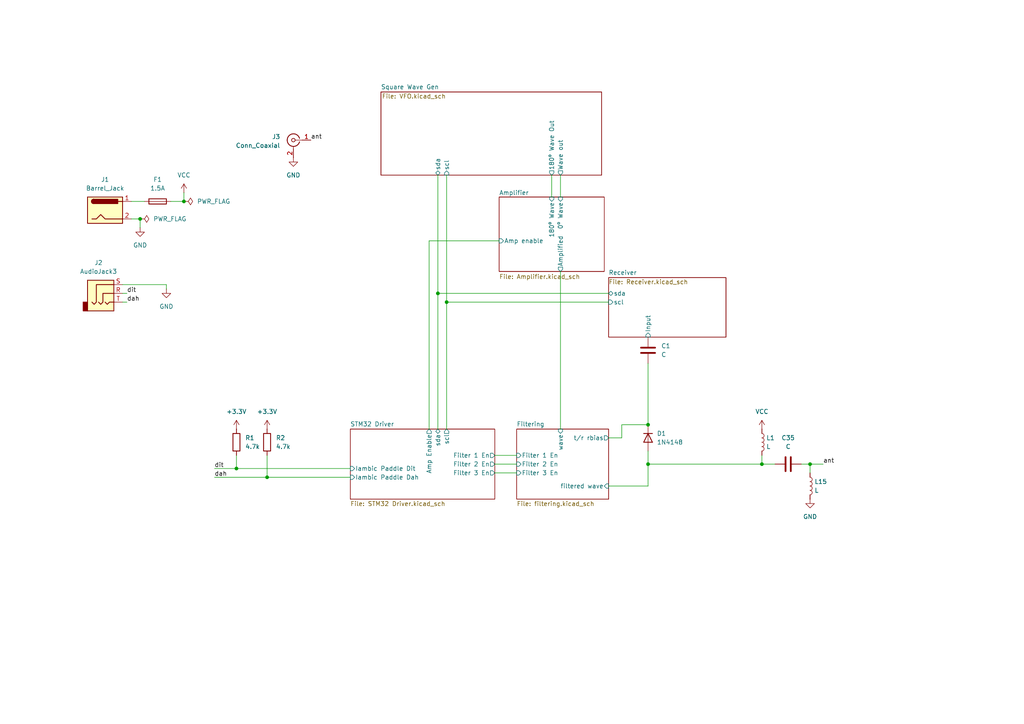
<source format=kicad_sch>
(kicad_sch (version 20231120) (generator "eeschema") (generator_version "8.0")
  (paper "A4")
  (title_block (title "CW HF Transceiver") (rev "1"))
  (lib_symbols
    (symbol "Connector:Barrel_Jack" (pin_names (offset 1.016))
      (property "Reference" "J" (at 0 5.334 0))
      (property "Value" "Barrel_Jack" (at 0 -5.08 0))
      (symbol "Barrel_Jack_0_1"
        (rectangle (start -5.08 3.81) (end 5.08 -3.81) (stroke (width 0.254)) (fill (type background)))
        (arc (start -3.302 3.175) (mid -3.9343 2.54) (end -3.302 1.905) (stroke (width 0.254)))
        (arc (start -3.302 3.175) (mid -3.9343 2.54) (end -3.302 1.905) (stroke (width 0.254)) (fill (type outline)))
        (polyline (pts (xy 5.08 2.54) (xy 3.81 2.54)) (stroke (width 0.254)))
        (polyline (pts (xy -3.81 -2.54) (xy -2.54 -2.54) (xy -1.27 -1.27) (xy 0 -2.54) (xy 2.54 -2.54) (xy 5.08 -2.54)) (stroke (width 0.254)))
        (rectangle (start 3.683 3.175) (end -3.302 1.905) (stroke (width 0.254)) (fill (type outline)))
      )
      (symbol "Barrel_Jack_1_1"
        (pin passive line (at 7.62 2.54 180) (length 2.54) (name "~") (number "1"))
        (pin passive line (at 7.62 -2.54 180) (length 2.54) (name "~") (number "2"))
      )
    )
    (symbol "Connector:Conn_Coaxial" (pin_names (offset 1.016) hide)
      (property "Reference" "J" (at 0.254 3.048 0))
      (property "Value" "Conn_Coaxial" (at 2.921 0 90))
      (symbol "Conn_Coaxial_0_1"
        (arc (start -1.778 -0.508) (mid 0.2311 -1.8066) (end 1.778 0) (stroke (width 0.254)))
        (polyline (pts (xy -2.54 0) (xy -0.508 0)))
        (polyline (pts (xy 0 -2.54) (xy 0 -1.778)))
        (circle (center 0 0) (radius 0.508) (stroke (width 0.2032)))
        (arc (start 1.778 0) (mid 0.2099 1.8101) (end -1.778 0.508) (stroke (width 0.254)))
      )
      (symbol "Conn_Coaxial_1_1"
        (pin passive line (at -5.08 0 0) (length 2.54) (name "In") (number "1"))
        (pin passive line (at 0 -5.08 90) (length 2.54) (name "Ext") (number "2"))
      )
    )
    (symbol "Connector_Audio:AudioJack3"
      (property "Reference" "J" (at 0 8.89 0))
      (property "Value" "AudioJack3" (at 0 6.35 0))
      (symbol "AudioJack3_0_1"
        (rectangle (start -5.08 -5.08) (end -6.35 -2.54) (stroke (width 0.254)) (fill (type outline)))
        (polyline (pts (xy 0 -2.54) (xy 0.635 -3.175) (xy 1.27 -2.54) (xy 2.54 -2.54)) (stroke (width 0.254)))
        (polyline (pts (xy -1.905 -2.54) (xy -1.27 -3.175) (xy -0.635 -2.54) (xy -0.635 0) (xy 2.54 0)) (stroke (width 0.254)))
        (polyline (pts (xy 2.54 2.54) (xy -2.54 2.54) (xy -2.54 -2.54) (xy -3.175 -3.175) (xy -3.81 -2.54)) (stroke (width 0.254)))
        (rectangle (start 2.54 3.81) (end -5.08 -5.08) (stroke (width 0.254)) (fill (type background)))
      )
      (symbol "AudioJack3_1_1"
        (pin passive line (at 5.08 0 180) (length 2.54) (name "~") (number "R"))
        (pin passive line (at 5.08 2.54 180) (length 2.54) (name "~") (number "S"))
        (pin passive line (at 5.08 -2.54 180) (length 2.54) (name "~") (number "T"))
      )
    )
    (symbol "Device:C" (pin_numbers hide) (pin_names (offset 0.254))
      (property "Reference" "C" (at 0.635 2.54 0))
      (property "Value" "C" (at 0.635 -2.54 0))
      (symbol "C_0_1"
        (polyline (pts (xy -2.032 -0.762) (xy 2.032 -0.762)) (stroke (width 0.508)))
        (polyline (pts (xy -2.032 0.762) (xy 2.032 0.762)) (stroke (width 0.508)))
      )
      (symbol "C_1_1"
        (pin passive line (at 0 3.81 270) (length 2.794) (name "~") (number "1"))
        (pin passive line (at 0 -3.81 90) (length 2.794) (name "~") (number "2"))
      )
    )
    (symbol "Device:Fuse" (pin_numbers hide) (pin_names (offset 0))
      (property "Reference" "F" (at 2.032 0 90))
      (property "Value" "Fuse" (at -1.905 0 90))
      (symbol "Fuse_0_1"
        (rectangle (start -0.762 -2.54) (end 0.762 2.54) (stroke (width 0.254)))
        (polyline (pts (xy 0 2.54) (xy 0 -2.54)))
      )
      (symbol "Fuse_1_1"
        (pin passive line (at 0 3.81 270) (length 1.27) (name "~") (number "1"))
        (pin passive line (at 0 -3.81 90) (length 1.27) (name "~") (number "2"))
      )
    )
    (symbol "Device:L" (pin_numbers hide) (pin_names (offset 1.016) hide)
      (property "Reference" "L" (at -1.27 0 90))
      (property "Value" "L" (at 1.905 0 90))
      (symbol "L_0_1"
        (arc (start 0 -2.54) (mid 0.6323 -1.905) (end 0 -1.27))
        (arc (start 0 -1.27) (mid 0.6323 -0.635) (end 0 0))
        (arc (start 0 0) (mid 0.6323 0.635) (end 0 1.27))
        (arc (start 0 1.27) (mid 0.6323 1.905) (end 0 2.54))
      )
      (symbol "L_1_1"
        (pin passive line (at 0 3.81 270) (length 1.27) (name "1") (number "1"))
        (pin passive line (at 0 -3.81 90) (length 1.27) (name "2") (number "2"))
      )
    )
    (symbol "Device:R" (pin_numbers hide) (pin_names (offset 0))
      (property "Reference" "R" (at 2.032 0 90))
      (property "Value" "R" (at 0 0 90))
      (symbol "R_0_1"
        (rectangle (start -1.016 -2.54) (end 1.016 2.54) (stroke (width 0.254)))
      )
      (symbol "R_1_1"
        (pin passive line (at 0 3.81 270) (length 1.27) (name "~") (number "1"))
        (pin passive line (at 0 -3.81 90) (length 1.27) (name "~") (number "2"))
      )
    )
    (symbol "Diode:1N4148" (pin_numbers hide) (pin_names hide)
      (property "Reference" "D" (at 0 2.54 0))
      (property "Value" "1N4148" (at 0 -2.54 0))
      (symbol "1N4148_0_1"
        (polyline (pts (xy -1.27 1.27) (xy -1.27 -1.27)) (stroke (width 0.254)))
        (polyline (pts (xy 1.27 0) (xy -1.27 0)))
        (polyline (pts (xy 1.27 1.27) (xy 1.27 -1.27) (xy -1.27 0) (xy 1.27 1.27)) (stroke (width 0.254)))
      )
      (symbol "1N4148_1_1"
        (pin passive line (at -3.81 0 0) (length 2.54) (name "K") (number "1"))
        (pin passive line (at 3.81 0 180) (length 2.54) (name "A") (number "2"))
      )
    )
    (symbol "power:+3.3V" (power) (pin_numbers hide) (pin_names (offset 0) hide)
      (property "Value" "+3.3V" (at 0 3.556 0))
      (symbol "+3.3V_0_1"
        (polyline (pts (xy -0.762 1.27) (xy 0 2.54)))
        (polyline (pts (xy 0 0) (xy 0 2.54)))
        (polyline (pts (xy 0 2.54) (xy 0.762 1.27)))
      )
      (symbol "+3.3V_1_1"
        (pin power_in line (at 0 0 90) (length 0) (name "~") (number "1"))
      )
    )
    (symbol "power:GND" (power) (pin_numbers hide) (pin_names (offset 0) hide)
      (property "Value" "GND" (at 0 -3.81 0))
      (symbol "GND_0_1"
        (polyline (pts (xy 0 0) (xy 0 -1.27) (xy 1.27 -1.27) (xy 0 -2.54) (xy -1.27 -1.27) (xy 0 -1.27)))
      )
      (symbol "GND_1_1"
        (pin power_in line (at 0 0 270) (length 0) (name "~") (number "1"))
      )
    )
    (symbol "power:PWR_FLAG" (power) (pin_numbers hide) (pin_names (offset 0) hide)
      (property "Value" "PWR_FLAG" (at 0 3.81 0))
      (symbol "PWR_FLAG_0_0"
        (pin power_out line (at 0 0 90) (length 0) (name "~") (number "1"))
      )
      (symbol "PWR_FLAG_0_1"
        (polyline (pts (xy 0 0) (xy 0 1.27) (xy -1.016 1.905) (xy 0 2.54) (xy 1.016 1.905) (xy 0 1.27)))
      )
    )
    (symbol "power:VCC" (power) (pin_numbers hide) (pin_names (offset 0) hide)
      (property "Value" "VCC" (at 0 3.556 0))
      (symbol "VCC_0_1"
        (polyline (pts (xy -0.762 1.27) (xy 0 2.54)))
        (polyline (pts (xy 0 0) (xy 0 2.54)))
        (polyline (pts (xy 0 2.54) (xy 0.762 1.27)))
      )
      (symbol "VCC_1_1"
        (pin power_in line (at 0 0 90) (length 0) (name "~") (number "1"))
      )
    )
  )
  (junction (at 187.96 123.19))
  (junction (at 68.58 135.89))
  (junction (at 220.98 134.62))
  (junction (at 77.47 138.43))
  (junction (at 127 85.09))
  (junction (at 129.54 87.63))
  (junction (at 40.64 63.5))
  (junction (at 234.95 134.62))
  (junction (at 53.34 58.42))
  (junction (at 187.96 134.62))
  (wire (pts (xy 49.53 58.42) (xy 53.34 58.42)))
  (wire (pts (xy 129.54 87.63) (xy 129.54 124.46)))
  (wire (pts (xy 77.47 132.08) (xy 77.47 138.43)))
  (wire (pts (xy 129.54 50.8) (xy 129.54 87.63)))
  (wire (pts (xy 62.23 138.43) (xy 77.47 138.43)))
  (wire (pts (xy 162.56 78.74) (xy 162.56 124.46)))
  (wire (pts (xy 68.58 132.08) (xy 68.58 135.89)))
  (wire (pts (xy 35.56 87.63) (xy 36.83 87.63)))
  (wire (pts (xy 187.96 134.62) (xy 187.96 130.81)))
  (wire (pts (xy 62.23 135.89) (xy 68.58 135.89)))
  (wire (pts (xy 127 50.8) (xy 127 85.09)))
  (wire (pts (xy 143.51 134.62) (xy 149.86 134.62)))
  (wire (pts (xy 187.96 140.97) (xy 187.96 134.62)))
  (wire (pts (xy 124.46 69.85) (xy 144.78 69.85)))
  (wire (pts (xy 143.51 132.08) (xy 149.86 132.08)))
  (wire (pts (xy 232.41 134.62) (xy 234.95 134.62)))
  (wire (pts (xy 180.34 123.19) (xy 187.96 123.19)))
  (wire (pts (xy 35.56 82.55) (xy 48.26 82.55)))
  (wire (pts (xy 187.96 105.41) (xy 187.96 123.19)))
  (wire (pts (xy 124.46 124.46) (xy 124.46 69.85)))
  (wire (pts (xy 220.98 132.08) (xy 220.98 134.62)))
  (wire (pts (xy 234.95 134.62) (xy 238.76 134.62)))
  (wire (pts (xy 127 85.09) (xy 127 124.46)))
  (wire (pts (xy 77.47 138.43) (xy 101.6 138.43)))
  (wire (pts (xy 129.54 87.63) (xy 176.53 87.63)))
  (wire (pts (xy 162.56 50.8) (xy 162.56 57.15)))
  (wire (pts (xy 143.51 137.16) (xy 149.86 137.16)))
  (wire (pts (xy 53.34 58.42) (xy 53.34 55.88)))
  (wire (pts (xy 68.58 135.89) (xy 101.6 135.89)))
  (wire (pts (xy 176.53 127) (xy 180.34 127)))
  (wire (pts (xy 234.95 137.16) (xy 234.95 134.62)))
  (wire (pts (xy 38.1 58.42) (xy 41.91 58.42)))
  (wire (pts (xy 180.34 127) (xy 180.34 123.19)))
  (wire (pts (xy 35.56 85.09) (xy 36.83 85.09)))
  (wire (pts (xy 176.53 140.97) (xy 187.96 140.97)))
  (wire (pts (xy 176.53 85.09) (xy 127 85.09)))
  (wire (pts (xy 40.64 63.5) (xy 38.1 63.5)))
  (wire (pts (xy 48.26 82.55) (xy 48.26 83.82)))
  (wire (pts (xy 160.02 50.8) (xy 160.02 57.15)))
  (wire (pts (xy 40.64 66.04) (xy 40.64 63.5)))
  (wire (pts (xy 220.98 134.62) (xy 224.79 134.62)))
  (wire (pts (xy 220.98 134.62) (xy 187.96 134.62)))
  (label "dah" (at 36.83 87.63 0))
  (label "dit" (at 62.23 135.89 0))
  (label "dah" (at 62.23 138.43 0))
  (label "ant" (at 238.76 134.62 0))
  (label "ant" (at 90.17 40.64 0))
  (label "dit" (at 36.83 85.09 0))
  (symbol (lib_id "Connector:Conn_Coaxial") (at 85.09 40.64 0) (mirror y) (unit 1)
    (property "Reference" "J3" (at 81.28 39.6631 0) (effects (justify left)))
    (property "Value" "Conn_Coaxial" (at 81.28 42.2031 0) (effects (justify left)))
    (property "Description" "coaxial connector (BNC, SMA, SMB, SMC, Cinch/RCA, LEMO, ...)" (effects (hide yes)))
  )
  (symbol (lib_id "power:PWR_FLAG") (at 40.64 63.5 270) (unit 1)
    (property "Reference" "#FLG01" (effects (hide yes)))
    (property "Value" "PWR_FLAG" (at 44.45 63.4999 90) (effects (justify left)))
    (property "Description" "Special symbol for telling ERC where power comes from" (effects (hide yes)))
  )
  (symbol (lib_id "Device:Fuse") (at 45.72 58.42 90) (unit 1)
    (property "Reference" "F1" (at 45.72 52.07 90))
    (property "Value" "1.5A" (at 45.72 54.61 90))
    (property "Description" "Fuse" (effects (hide yes)))
  )
  (symbol (lib_id "Device:R") (at 68.58 128.27 0) (unit 1)
    (property "Reference" "R1" (at 71.12 126.9999 0) (effects (justify left)))
    (property "Value" "4.7k" (at 71.12 129.5399 0) (effects (justify left)))
    (property "Footprint" "Resistor_SMD:R_0603_1608Metric" (effects (hide yes)))
    (property "Description" "Resistor" (effects (hide yes)))
  )
  (symbol (lib_id "power:PWR_FLAG") (at 53.34 58.42 270) (unit 1)
    (property "Reference" "#FLG02" (effects (hide yes)))
    (property "Value" "PWR_FLAG" (at 57.15 58.4199 90) (effects (justify left)))
    (property "Description" "Special symbol for telling ERC where power comes from" (effects (hide yes)))
  )
  (symbol (lib_id "Diode:1N4148") (at 187.96 127 270) (unit 1)
    (property "Reference" "D1" (at 190.5 125.7299 90) (effects (justify left)))
    (property "Value" "1N4148" (at 190.5 128.2699 90) (effects (justify left)))
    (property "Footprint" "Diode_THT:D_DO-35_SOD27_P7.62mm_Horizontal" (effects (hide yes)))
    (property "Datasheet" "https://assets.nexperia.com/documents/data-sheet/1N4148_1N4448.pdf" (effects (hide yes)))
    (property "Description" "100V 0.15A standard switching diode, DO-35" (effects (hide yes)))
    (property "Sim.Device" "D" (effects (hide yes)))
    (property "Sim.Pins" "1=K 2=A" (effects (hide yes)))
  )
  (symbol (lib_id "Device:L") (at 220.98 128.27 0) (unit 1)
    (property "Reference" "L1" (at 222.25 126.9999 0) (effects (justify left)))
    (property "Value" "L" (at 222.25 129.5399 0) (effects (justify left)))
    (property "Description" "Inductor" (effects (hide yes)))
  )
  (symbol (lib_id "power:GND") (at 48.26 83.82 0) (unit 1)
    (property "Reference" "#PWR02" (effects (hide yes)))
    (property "Value" "GND" (at 48.26 88.9 0))
    (property "Description" "Power symbol creates a global label with name \"GND\" , ground" (effects (hide yes)))
  )
  (symbol (lib_id "power:GND") (at 234.95 144.78 0) (unit 1)
    (property "Reference" "#PWR073" (effects (hide yes)))
    (property "Value" "GND" (at 234.95 149.86 0))
    (property "Description" "Power symbol creates a global label with name \"GND\" , ground" (effects (hide yes)))
  )
  (symbol (lib_id "Device:C") (at 228.6 134.62 90) (unit 1)
    (property "Reference" "C35" (at 228.6 127 90))
    (property "Value" "C" (at 228.6 129.54 90))
    (property "Description" "Unpolarized capacitor" (effects (hide yes)))
  )
  (symbol (lib_id "Device:L") (at 234.95 140.97 0) (unit 1)
    (property "Reference" "L15" (at 236.22 139.6999 0) (effects (justify left)))
    (property "Value" "L" (at 236.22 142.2399 0) (effects (justify left)))
    (property "Description" "Inductor" (effects (hide yes)))
  )
  (symbol (lib_id "power:+3.3V") (at 68.58 124.46 0) (unit 1)
    (property "Reference" "#PWR04" (effects (hide yes)))
    (property "Value" "+3.3V" (at 68.58 119.38 0))
    (property "Description" "Power symbol creates a global label with name \"+3.3V\"" (effects (hide yes)))
  )
  (symbol (lib_id "power:+3.3V") (at 77.47 124.46 0) (unit 1)
    (property "Reference" "#PWR05" (effects (hide yes)))
    (property "Value" "+3.3V" (at 77.47 119.38 0))
    (property "Description" "Power symbol creates a global label with name \"+3.3V\"" (effects (hide yes)))
  )
  (symbol (lib_id "Connector_Audio:AudioJack3") (at 30.48 85.09 0) (unit 1)
    (property "Reference" "J2" (at 28.575 76.2 0))
    (property "Value" "AudioJack3" (at 28.575 78.74 0))
    (property "Description" "Audio Jack, 3 Poles (Stereo / TRS)" (effects (hide yes)))
  )
  (symbol (lib_id "Connector:Barrel_Jack") (at 30.48 60.96 0) (unit 1)
    (property "Reference" "J1" (at 30.48 52.07 0))
    (property "Value" "Barrel_Jack" (at 30.48 54.61 0))
    (property "Description" "DC Barrel Jack" (effects (hide yes)))
  )
  (symbol (lib_id "power:GND") (at 85.09 45.72 0) (mirror y) (unit 1)
    (property "Reference" "#PWR06" (effects (hide yes)))
    (property "Value" "GND" (at 85.09 50.8 0))
    (property "Description" "Power symbol creates a global label with name \"GND\" , ground" (effects (hide yes)))
  )
  (symbol (lib_id "power:GND") (at 40.64 66.04 0) (unit 1)
    (property "Reference" "#PWR01" (effects (hide yes)))
    (property "Value" "GND" (at 40.64 71.12 0))
    (property "Description" "Power symbol creates a global label with name \"GND\" , ground" (effects (hide yes)))
  )
  (symbol (lib_id "Device:C") (at 187.96 101.6 0) (unit 1)
    (property "Reference" "C1" (at 191.77 100.3299 0) (effects (justify left)))
    (property "Value" "C" (at 191.77 102.8699 0) (effects (justify left)))
    (property "Description" "Unpolarized capacitor" (effects (hide yes)))
  )
  (symbol (lib_id "power:VCC") (at 53.34 55.88 0) (unit 1)
    (property "Reference" "#PWR03" (effects (hide yes)))
    (property "Value" "VCC" (at 53.34 50.8 0))
    (property "Description" "Power symbol creates a global label with name \"VCC\"" (effects (hide yes)))
  )
  (symbol (lib_id "Device:R") (at 77.47 128.27 0) (unit 1)
    (property "Reference" "R2" (at 80.01 126.9999 0) (effects (justify left)))
    (property "Value" "4.7k" (at 80.01 129.5399 0) (effects (justify left)))
    (property "Footprint" "Resistor_SMD:R_0603_1608Metric" (effects (hide yes)))
    (property "Description" "Resistor" (effects (hide yes)))
  )
  (symbol (lib_id "power:VCC") (at 220.98 124.46 0) (unit 1)
    (property "Reference" "#PWR07" (effects (hide yes)))
    (property "Value" "VCC" (at 220.98 119.38 0))
    (property "Description" "Power symbol creates a global label with name \"VCC\"" (effects (hide yes)))
  )
  (sheet (at 144.78 57.15) (size 30.48 21.59) (stroke (width 0.1524))
    (property "Sheetname" "Amplifier" (at 144.78 56.642 0) (effects (justify left bottom)))
    (property "Sheetfile" "Amplifier.kicad_sch" (at 144.78 79.502 0) (effects (justify left top)))
    (pin "0º Wave" input (at 162.56 57.15 90))
    (pin "180º Wave" input (at 160.02 57.15 90))
    (pin "Amplified" output (at 162.56 78.74 270))
    (pin "Amp enable" input (at 144.78 69.85 180))
  )
  (sheet (at 176.53 80.518) (size 34.036 17.272) (stroke (width 0.1524))
    (property "Sheetname" "Receiver" (at 176.53 79.8064 0) (effects (justify left bottom)))
    (property "Sheetfile" "Receiver.kicad_sch" (at 176.53 81.026 0) (effects (justify left top)))
    (pin "Input" input (at 187.96 97.79 270))
    (pin "sda" bidirectional (at 176.53 85.09 180))
    (pin "scl" input (at 176.53 87.63 180))
  )
  (sheet (at 110.49 26.67) (size 64.008 24.13) (stroke (width 0.1524))
    (property "Sheetname" "Square Wave Gen" (at 110.49 25.9584 0) (effects (justify left bottom)))
    (property "Sheetfile" "VFO.kicad_sch" (at 110.744 27.178 0) (effects (justify left top)))
    (pin "sda" bidirectional (at 127 50.8 270))
    (pin "scl" input (at 129.54 50.8 270))
    (pin "180º Wave Out" output (at 160.02 50.8 270))
    (pin "Wave out" output (at 162.56 50.8 270))
  )
  (sheet (at 149.86 124.46) (size 26.67 20.32) (stroke (width 0.1524))
    (property "Sheetname" "Filtering" (at 149.86 123.7484 0) (effects (justify left bottom)))
    (property "Sheetfile" "filtering.kicad_sch" (at 149.86 145.3646 0) (effects (justify left top)))
    (pin "wave" input (at 162.56 124.46 90))
    (pin "filtered wave" input (at 176.53 140.97 0))
    (pin "Filter 2 En" input (at 149.86 134.62 180))
    (pin "Filter 1 En" input (at 149.86 132.08 180))
    (pin "Filter 3 En" input (at 149.86 137.16 180))
    (pin "t{slash}r rbias" output (at 176.53 127 0))
  )
  (sheet (at 101.6 124.46) (size 41.91 20.32) (stroke (width 0.1524))
    (property "Sheetname" "STM32 Driver" (at 101.6 123.7484 0) (effects (justify left bottom)))
    (property "Sheetfile" "STM32 Driver.kicad_sch" (at 101.6 145.3646 0) (effects (justify left top)))
    (pin "scl" output (at 129.54 124.46 90))
    (pin "sda" bidirectional (at 127 124.46 90))
    (pin "Filter 1 En" output (at 143.51 132.08 0))
    (pin "Filter 2 En" output (at 143.51 134.62 0))
    (pin "Iambic Paddle Dit" input (at 101.6 135.89 180))
    (pin "Iambic Paddle Dah" input (at 101.6 138.43 180))
    (pin "Filter 3 En" output (at 143.51 137.16 0))
    (pin "Amp Enable" output (at 124.46 124.46 90))
  )
)
</source>
